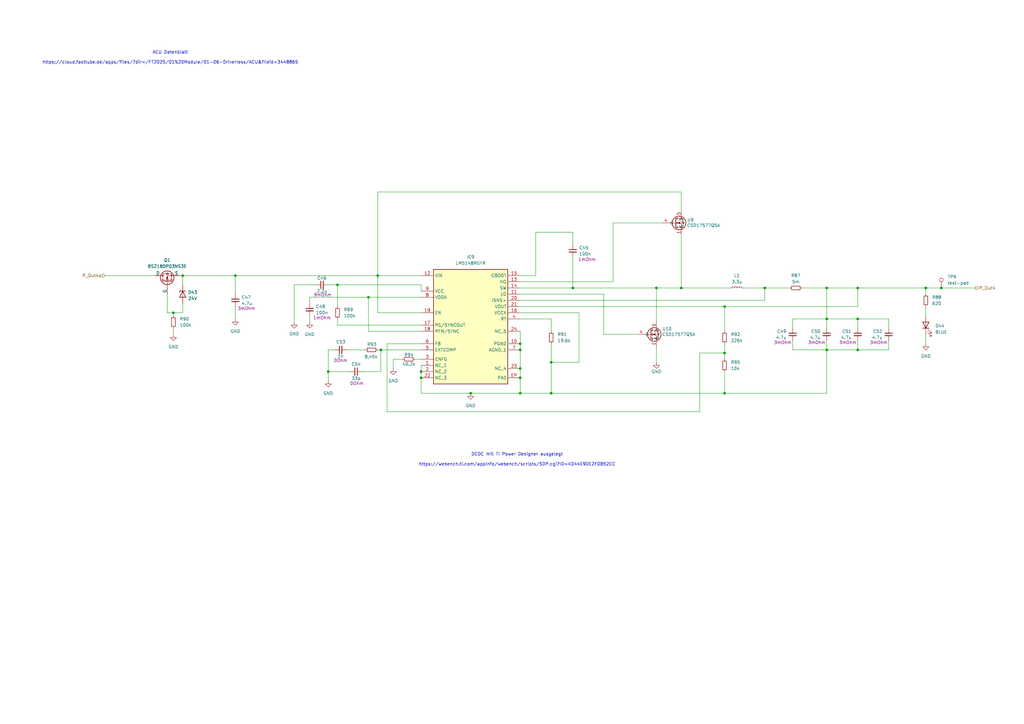
<source format=kicad_sch>
(kicad_sch (version 20231120) (generator "eeschema") (generator_version "8.0")
  (paper "A3")
  (title_block (title "PDU FT25") (date "2024-11-23") (rev "V1.1") (company "Janek Herm") (comment 1 "FaSTTUBe Electronics"))
  (lib_symbols
    (symbol "Connector:TestPoint" (pin_numbers hide) (pin_names (offset 0.762) hide)
      (property "Reference" "TP" (at 0 6.858 0))
      (property "Value" "TestPoint" (at 0 5.08 0))
      (symbol "TestPoint_0_1"
        (circle (center 0 3.302) (radius 0.762))
      )
      (symbol "TestPoint_1_1"
        (pin passive line (at 0 0 90) (length 2.54) (name "1") (number "1"))
      )
    )
    (symbol "Device:C_Small" (pin_numbers hide) (pin_names (offset 0.254) hide)
      (property "Reference" "C" (at 0.254 1.778 0))
      (property "Value" "C_Small" (at 0.254 -2.032 0))
      (symbol "C_Small_0_1"
        (polyline (pts (xy -1.524 -0.508) (xy 1.524 -0.508)) (stroke (width 0.3302)))
        (polyline (pts (xy -1.524 0.508) (xy 1.524 0.508)) (stroke (width 0.3048)))
      )
      (symbol "C_Small_1_1"
        (pin passive line (at 0 2.54 270) (length 2.032) (name "~") (number "1"))
        (pin passive line (at 0 -2.54 90) (length 2.032) (name "~") (number "2"))
      )
    )
    (symbol "Device:D_Zener" (pin_numbers hide) (pin_names (offset 1.016) hide)
      (property "Reference" "D" (at 0 2.54 0))
      (property "Value" "D_Zener" (at 0 -2.54 0))
      (symbol "D_Zener_0_1"
        (polyline (pts (xy 1.27 0) (xy -1.27 0)))
        (polyline (pts (xy -1.27 -1.27) (xy -1.27 1.27) (xy -0.762 1.27)) (stroke (width 0.254)))
        (polyline (pts (xy 1.27 -1.27) (xy 1.27 1.27) (xy -1.27 0) (xy 1.27 -1.27)) (stroke (width 0.254)))
      )
      (symbol "D_Zener_1_1"
        (pin passive line (at -3.81 0 0) (length 2.54) (name "K") (number "1"))
        (pin passive line (at 3.81 0 180) (length 2.54) (name "A") (number "2"))
      )
    )
    (symbol "Device:LED" (pin_numbers hide) (pin_names (offset 1.016) hide)
      (property "Reference" "D" (at 0 2.54 0))
      (property "Value" "LED" (at 0 -2.54 0))
      (symbol "LED_0_1"
        (polyline (pts (xy -1.27 -1.27) (xy -1.27 1.27)) (stroke (width 0.254)))
        (polyline (pts (xy -1.27 0) (xy 1.27 0)))
        (polyline (pts (xy 1.27 -1.27) (xy 1.27 1.27) (xy -1.27 0) (xy 1.27 -1.27)) (stroke (width 0.254)))
        (polyline (pts (xy -3.048 -0.762) (xy -4.572 -2.286) (xy -3.81 -2.286) (xy -4.572 -2.286) (xy -4.572 -1.524)))
        (polyline (pts (xy -1.778 -0.762) (xy -3.302 -2.286) (xy -2.54 -2.286) (xy -3.302 -2.286) (xy -3.302 -1.524)))
      )
      (symbol "LED_1_1"
        (pin passive line (at -3.81 0 0) (length 2.54) (name "K") (number "1"))
        (pin passive line (at 3.81 0 180) (length 2.54) (name "A") (number "2"))
      )
    )
    (symbol "Device:L_Small" (pin_numbers hide) (pin_names (offset 0.254) hide)
      (property "Reference" "L" (at 0.762 1.016 0))
      (property "Value" "L_Small" (at 0.762 -1.016 0))
      (symbol "L_Small_0_1"
        (arc (start 0 -2.032) (mid 0.5058 -1.524) (end 0 -1.016))
        (arc (start 0 -1.016) (mid 0.5058 -0.508) (end 0 0))
        (arc (start 0 0) (mid 0.5058 0.508) (end 0 1.016))
        (arc (start 0 1.016) (mid 0.5058 1.524) (end 0 2.032))
      )
      (symbol "L_Small_1_1"
        (pin passive line (at 0 2.54 270) (length 0.508) (name "~") (number "1"))
        (pin passive line (at 0 -2.54 90) (length 0.508) (name "~") (number "2"))
      )
    )
    (symbol "Device:R_Small" (pin_numbers hide) (pin_names (offset 0.254) hide)
      (property "Reference" "R" (at 0.762 0.508 0))
      (property "Value" "R_Small" (at 0.762 -1.016 0))
      (symbol "R_Small_0_1"
        (rectangle (start -0.762 1.778) (end 0.762 -1.778) (stroke (width 0.2032)))
      )
      (symbol "R_Small_1_1"
        (pin passive line (at 0 2.54 270) (length 0.762) (name "~") (number "1"))
        (pin passive line (at 0 -2.54 90) (length 0.762) (name "~") (number "2"))
      )
    )
    (symbol "FaSTTUBe_microcontrollers:NexFET"
      (property "Reference" "U" (at 0 5.588 0))
      (symbol "NexFET_0_1"
        (circle (center -0.889 -12.7) (radius 2.794) (stroke (width 0.254)))
        (circle (center 0 -14.478) (radius 0.254) (fill (type outline)))
        (circle (center 0 -10.922) (radius 0.254) (fill (type outline)))
        (polyline (pts (xy -2.286 -12.7) (xy -5.08 -12.7)))
        (polyline (pts (xy -2.286 -10.795) (xy -2.286 -14.605)) (stroke (width 0.254)))
        (polyline (pts (xy -1.778 -13.97) (xy -1.778 -14.986)) (stroke (width 0.254)))
        (polyline (pts (xy -1.778 -12.192) (xy -1.778 -13.208)) (stroke (width 0.254)))
        (polyline (pts (xy -1.778 -10.414) (xy -1.778 -11.43)) (stroke (width 0.254)))
        (polyline (pts (xy 0 -10.16) (xy 0 -10.922)))
        (polyline (pts (xy 0 -15.24) (xy 0 -12.7) (xy -1.778 -12.7)))
        (polyline (pts (xy -1.778 -14.478) (xy 0.762 -14.478) (xy 0.762 -10.922) (xy -1.778 -10.922)))
        (polyline (pts (xy -1.524 -12.7) (xy -0.508 -12.319) (xy -0.508 -13.081) (xy -1.524 -12.7)) (fill (type outline)))
        (polyline (pts (xy 0.254 -12.192) (xy 0.381 -12.319) (xy 1.143 -12.319) (xy 1.27 -12.446)))
        (polyline (pts (xy 0.762 -12.319) (xy 0.381 -12.954) (xy 1.143 -12.954) (xy 0.762 -12.319)))
      )
      (symbol "NexFET_1_1"
        (pin passive line (at 0 -17.78 90) (length 2.54) (name "S") (number "1"))
        (pin no_connect line (at 2.4303 -17.78 90) (length 2.54) hide (name "") (number "2"))
        (pin no_connect line (at 5.08 -17.78 90) (length 2.54) hide (name "") (number "3"))
        (pin input line (at -7.62 -12.7 0) (length 2.54) (name "G") (number "4"))
        (pin passive line (at 0 -7.62 270) (length 2.54) (name "D") (number "5"))
        (pin no_connect line (at 2.54 -7.62 270) (length 2.54) hide (name "") (number "6"))
        (pin no_connect line (at 5.08 -7.62 270) (length 2.54) hide (name "") (number "7"))
        (pin no_connect line (at 7.6324 -7.6022 270) (length 2.54) hide (name "") (number "8"))
        (pin no_connect line (at 10.2821 -7.6022 270) (length 2.54) hide (name "") (number "9"))
      )
    )
    (symbol "LM5148RGYR:LM5148RGYR"
      (property "Reference" "IC" (at 36.83 17.78 0))
      (property "Value" "LM5148RGYR" (at 36.83 15.24 0))
      (symbol "LM5148RGYR_1_1"
        (rectangle (start 5.08 12.7) (end 35.56 -34.29) (stroke (width 0.254)) (fill (type background)))
        (pin passive line (at 0 -26.67 0) (length 5.08) (name "NC_1") (number "1"))
        (pin passive line (at 40.64 -17.78 180) (length 5.08) (name "PGND") (number "10"))
        (pin passive line (at 40.64 2.54 180) (length 5.08) (name "LO") (number "11"))
        (pin passive line (at 0 10.16 0) (length 5.08) (name "VIN") (number "12"))
        (pin passive line (at 40.64 7.62 180) (length 5.08) (name "HO") (number "13"))
        (pin passive line (at 40.64 5.08 180) (length 5.08) (name "SW") (number "14"))
        (pin passive line (at 40.64 10.16 180) (length 5.08) (name "CBOOT") (number "15"))
        (pin passive line (at 40.64 -5.08 180) (length 5.08) (name "VCCX") (number "16"))
        (pin passive line (at 0 -10.16 0) (length 5.08) (name "PG/SYNCOUT") (number "17"))
        (pin passive line (at 0 -12.7 0) (length 5.08) (name "PFM/SYNC") (number "18"))
        (pin passive line (at 0 -5.08 0) (length 5.08) (name "EN") (number "19"))
        (pin passive line (at 0 -29.21 0) (length 5.08) (name "NC_2") (number "2"))
        (pin passive line (at 40.64 0 180) (length 5.08) (name "ISNS+") (number "20"))
        (pin passive line (at 40.64 -2.54 180) (length 5.08) (name "VOUT") (number "21"))
        (pin passive line (at 0 -31.75 0) (length 5.08) (name "NC_3") (number "22"))
        (pin passive line (at 40.64 -27.94 180) (length 5.08) (name "NC_4") (number "23"))
        (pin passive line (at 40.64 -12.7 180) (length 5.08) (name "NC_5") (number "24"))
        (pin passive line (at 0 -24.13 0) (length 5.08) (name "CNFG") (number "3"))
        (pin passive line (at 40.64 -7.62 180) (length 5.08) (name "RT") (number "4"))
        (pin passive line (at 0 -20.32 0) (length 5.08) (name "EXTCOMP") (number "5"))
        (pin passive line (at 0 -17.78 0) (length 5.08) (name "FB") (number "6"))
        (pin passive line (at 40.64 -20.32 180) (length 5.08) (name "AGND_1") (number "7"))
        (pin passive line (at 0 1.27 0) (length 5.08) (name "VDDA") (number "8"))
        (pin passive line (at 0 3.81 0) (length 5.08) (name "VCC") (number "9"))
        (pin passive line (at 40.64 -31.75 180) (length 5.08) (name "PAD") (number "EP"))
      )
    )
    (symbol "Simulation_SPICE:PMOS" (pin_numbers hide) (pin_names (offset 0))
      (property "Reference" "Q" (at 5.08 1.27 0))
      (property "Value" "PMOS" (at 5.08 -1.27 0))
      (symbol "PMOS_0_1"
        (polyline (pts (xy 0.254 0) (xy -2.54 0)))
        (polyline (pts (xy 0.254 1.905) (xy 0.254 -1.905)) (stroke (width 0.254)))
        (polyline (pts (xy 0.762 -1.27) (xy 0.762 -2.286)) (stroke (width 0.254)))
        (polyline (pts (xy 0.762 0.508) (xy 0.762 -0.508)) (stroke (width 0.254)))
        (polyline (pts (xy 0.762 2.286) (xy 0.762 1.27)) (stroke (width 0.254)))
        (polyline (pts (xy 2.54 2.54) (xy 2.54 1.778)))
        (polyline (pts (xy 2.54 -2.54) (xy 2.54 0) (xy 0.762 0)))
        (polyline (pts (xy 0.762 1.778) (xy 3.302 1.778) (xy 3.302 -1.778) (xy 0.762 -1.778)))
        (polyline (pts (xy 2.286 0) (xy 1.27 0.381) (xy 1.27 -0.381) (xy 2.286 0)) (fill (type outline)))
        (polyline (pts (xy 2.794 -0.508) (xy 2.921 -0.381) (xy 3.683 -0.381) (xy 3.81 -0.254)))
        (polyline (pts (xy 3.302 -0.381) (xy 2.921 0.254) (xy 3.683 0.254) (xy 3.302 -0.381)))
        (circle (center 1.651 0) (radius 2.794) (stroke (width 0.254)))
        (circle (center 2.54 -1.778) (radius 0.254) (fill (type outline)))
        (circle (center 2.54 1.778) (radius 0.254) (fill (type outline)))
      )
      (symbol "PMOS_1_1"
        (pin passive line (at 2.54 5.08 270) (length 2.54) (name "D") (number "1"))
        (pin input line (at -5.08 0 0) (length 2.54) (name "G") (number "2"))
        (pin passive line (at 2.54 -5.08 90) (length 2.54) (name "S") (number "3"))
      )
    )
    (symbol "power:GND" (power) (pin_numbers hide) (pin_names (offset 0) hide)
      (property "Value" "GND" (at 0 -3.81 0))
      (symbol "GND_0_1"
        (polyline (pts (xy 0 0) (xy 0 -1.27) (xy 1.27 -1.27) (xy 0 -2.54) (xy -1.27 -1.27) (xy 0 -1.27)))
      )
      (symbol "GND_1_1"
        (pin power_in line (at 0 0 270) (length 0) (name "~") (number "1"))
      )
    )
  )
  (junction (at 279.4 118.11))
  (junction (at 351.79 130.81))
  (junction (at 351.79 118.11))
  (junction (at 172.72 152.4))
  (junction (at 339.09 143.51))
  (junction (at 172.72 154.94))
  (junction (at 386.08 118.11))
  (junction (at 213.36 161.29))
  (junction (at 379.73 118.11))
  (junction (at 193.04 161.29))
  (junction (at 96.52 113.03))
  (junction (at 213.36 143.51))
  (junction (at 269.24 118.11))
  (junction (at 226.06 161.29))
  (junction (at 151.13 121.92))
  (junction (at 71.12 128.27))
  (junction (at 297.18 125.73))
  (junction (at 297.18 144.78))
  (junction (at 156.21 143.51))
  (junction (at 213.36 140.97))
  (junction (at 213.36 151.13))
  (junction (at 313.69 118.11))
  (junction (at 213.36 154.94))
  (junction (at 138.43 116.84))
  (junction (at 234.95 118.11))
  (junction (at 74.93 113.03))
  (junction (at 154.94 113.03))
  (junction (at 226.06 148.59))
  (junction (at 339.09 118.11))
  (junction (at 297.18 161.29))
  (junction (at 339.09 130.81))
  (junction (at 351.79 143.51))
  (junction (at 134.62 152.4))
  (wire (pts (xy 226.06 130.81) (xy 226.06 135.89)))
  (wire (pts (xy 71.12 134.62) (xy 71.12 137.16)))
  (wire (pts (xy 339.09 130.81) (xy 351.79 130.81)))
  (wire (pts (xy 120.65 132.08) (xy 120.65 116.84)))
  (wire (pts (xy 297.18 152.4) (xy 297.18 161.29)))
  (wire (pts (xy 351.79 143.51) (xy 364.49 143.51)))
  (wire (pts (xy 213.36 128.27) (xy 237.49 128.27)))
  (wire (pts (xy 158.75 168.91) (xy 287.02 168.91)))
  (wire (pts (xy 127 121.92) (xy 127 124.46)))
  (wire (pts (xy 269.24 118.11) (xy 279.4 118.11)))
  (wire (pts (xy 226.06 148.59) (xy 226.06 161.29)))
  (wire (pts (xy 68.58 128.27) (xy 71.12 128.27)))
  (wire (pts (xy 172.72 154.94) (xy 172.72 161.29)))
  (wire (pts (xy 339.09 139.7) (xy 339.09 143.51)))
  (wire (pts (xy 379.73 118.11) (xy 386.08 118.11)))
  (wire (pts (xy 364.49 134.62) (xy 364.49 130.81)))
  (wire (pts (xy 154.94 78.74) (xy 279.4 78.74)))
  (wire (pts (xy 297.18 161.29) (xy 339.09 161.29)))
  (wire (pts (xy 127 121.92) (xy 151.13 121.92)))
  (wire (pts (xy 325.12 134.62) (xy 325.12 130.81)))
  (wire (pts (xy 96.52 113.03) (xy 154.94 113.03)))
  (wire (pts (xy 364.49 139.7) (xy 364.49 143.51)))
  (wire (pts (xy 339.09 143.51) (xy 339.09 161.29)))
  (wire (pts (xy 68.58 120.65) (xy 68.58 128.27)))
  (wire (pts (xy 269.24 118.11) (xy 269.24 132.08)))
  (wire (pts (xy 148.59 152.4) (xy 156.21 152.4)))
  (wire (pts (xy 154.94 113.03) (xy 172.72 113.03)))
  (wire (pts (xy 172.72 128.27) (xy 154.94 128.27)))
  (wire (pts (xy 96.52 125.73) (xy 96.52 130.81)))
  (wire (pts (xy 74.93 128.27) (xy 71.12 128.27)))
  (wire (pts (xy 213.36 161.29) (xy 213.36 154.94)))
  (wire (pts (xy 172.72 140.97) (xy 158.75 140.97)))
  (wire (pts (xy 234.95 95.25) (xy 234.95 100.33)))
  (wire (pts (xy 120.65 116.84) (xy 129.54 116.84)))
  (wire (pts (xy 325.12 143.51) (xy 325.12 139.7)))
  (wire (pts (xy 156.21 152.4) (xy 156.21 143.51)))
  (wire (pts (xy 74.93 113.03) (xy 96.52 113.03)))
  (wire (pts (xy 213.36 130.81) (xy 226.06 130.81)))
  (wire (pts (xy 379.73 137.16) (xy 379.73 140.97)))
  (wire (pts (xy 325.12 130.81) (xy 339.09 130.81)))
  (wire (pts (xy 74.93 124.46) (xy 74.93 128.27)))
  (wire (pts (xy 161.29 151.13) (xy 161.29 147.32)))
  (wire (pts (xy 313.69 118.11) (xy 323.85 118.11)))
  (wire (pts (xy 158.75 140.97) (xy 158.75 168.91)))
  (wire (pts (xy 339.09 130.81) (xy 339.09 134.62)))
  (wire (pts (xy 379.73 125.73) (xy 379.73 129.54)))
  (wire (pts (xy 213.36 143.51) (xy 213.36 151.13)))
  (wire (pts (xy 138.43 133.35) (xy 138.43 130.81)))
  (wire (pts (xy 351.79 134.62) (xy 351.79 130.81)))
  (wire (pts (xy 351.79 118.11) (xy 379.73 118.11)))
  (wire (pts (xy 313.69 123.19) (xy 313.69 118.11)))
  (wire (pts (xy 251.46 91.44) (xy 251.46 115.57)))
  (wire (pts (xy 386.08 118.11) (xy 400.05 118.11)))
  (wire (pts (xy 237.49 148.59) (xy 226.06 148.59)))
  (wire (pts (xy 351.79 130.81) (xy 364.49 130.81)))
  (wire (pts (xy 234.95 118.11) (xy 269.24 118.11)))
  (wire (pts (xy 73.66 113.03) (xy 74.93 113.03)))
  (wire (pts (xy 172.72 161.29) (xy 193.04 161.29)))
  (wire (pts (xy 154.94 113.03) (xy 154.94 78.74)))
  (wire (pts (xy 134.62 143.51) (xy 137.16 143.51)))
  (wire (pts (xy 247.65 120.65) (xy 213.36 120.65)))
  (wire (pts (xy 213.36 118.11) (xy 234.95 118.11)))
  (wire (pts (xy 219.71 113.03) (xy 219.71 95.25)))
  (wire (pts (xy 172.72 152.4) (xy 172.72 154.94)))
  (wire (pts (xy 138.43 125.73) (xy 138.43 116.84)))
  (wire (pts (xy 213.36 154.94) (xy 213.36 151.13)))
  (wire (pts (xy 213.36 113.03) (xy 219.71 113.03)))
  (wire (pts (xy 213.36 135.89) (xy 213.36 140.97)))
  (wire (pts (xy 279.4 78.74) (xy 279.4 86.36)))
  (wire (pts (xy 351.79 118.11) (xy 351.79 125.73)))
  (wire (pts (xy 74.93 113.03) (xy 74.93 116.84)))
  (wire (pts (xy 247.65 120.65) (xy 247.65 137.16)))
  (wire (pts (xy 351.79 139.7) (xy 351.79 143.51)))
  (wire (pts (xy 151.13 135.89) (xy 151.13 121.92)))
  (wire (pts (xy 127 129.54) (xy 127 132.08)))
  (wire (pts (xy 325.12 143.51) (xy 339.09 143.51)))
  (wire (pts (xy 339.09 118.11) (xy 339.09 130.81)))
  (wire (pts (xy 379.73 118.11) (xy 379.73 120.65)))
  (wire (pts (xy 219.71 95.25) (xy 234.95 95.25)))
  (wire (pts (xy 149.86 143.51) (xy 142.24 143.51)))
  (wire (pts (xy 297.18 140.97) (xy 297.18 144.78)))
  (wire (pts (xy 134.62 152.4) (xy 134.62 156.21)))
  (wire (pts (xy 297.18 125.73) (xy 297.18 135.89)))
  (wire (pts (xy 279.4 96.52) (xy 279.4 118.11)))
  (wire (pts (xy 134.62 143.51) (xy 134.62 152.4)))
  (wire (pts (xy 304.8 118.11) (xy 313.69 118.11)))
  (wire (pts (xy 161.29 147.32) (xy 165.1 147.32)))
  (wire (pts (xy 96.52 113.03) (xy 96.52 120.65)))
  (wire (pts (xy 172.72 121.92) (xy 151.13 121.92)))
  (wire (pts (xy 351.79 118.11) (xy 339.09 118.11)))
  (wire (pts (xy 154.94 143.51) (xy 156.21 143.51)))
  (wire (pts (xy 234.95 105.41) (xy 234.95 118.11)))
  (wire (pts (xy 287.02 168.91) (xy 287.02 144.78)))
  (wire (pts (xy 297.18 125.73) (xy 351.79 125.73)))
  (wire (pts (xy 138.43 116.84) (xy 172.72 116.84)))
  (wire (pts (xy 154.94 128.27) (xy 154.94 113.03)))
  (wire (pts (xy 339.09 143.51) (xy 351.79 143.51)))
  (wire (pts (xy 269.24 148.59) (xy 269.24 142.24)))
  (wire (pts (xy 172.72 133.35) (xy 138.43 133.35)))
  (wire (pts (xy 193.04 161.29) (xy 213.36 161.29)))
  (wire (pts (xy 172.72 116.84) (xy 172.72 119.38)))
  (wire (pts (xy 226.06 161.29) (xy 297.18 161.29)))
  (wire (pts (xy 172.72 135.89) (xy 151.13 135.89)))
  (wire (pts (xy 213.36 115.57) (xy 251.46 115.57)))
  (wire (pts (xy 170.18 147.32) (xy 172.72 147.32)))
  (wire (pts (xy 213.36 140.97) (xy 213.36 143.51)))
  (wire (pts (xy 71.12 129.54) (xy 71.12 128.27)))
  (wire (pts (xy 247.65 137.16) (xy 261.62 137.16)))
  (wire (pts (xy 226.06 140.97) (xy 226.06 148.59)))
  (wire (pts (xy 328.93 118.11) (xy 339.09 118.11)))
  (wire (pts (xy 279.4 118.11) (xy 299.72 118.11)))
  (wire (pts (xy 134.62 152.4) (xy 143.51 152.4)))
  (wire (pts (xy 297.18 144.78) (xy 297.18 147.32)))
  (wire (pts (xy 156.21 143.51) (xy 172.72 143.51)))
  (wire (pts (xy 287.02 144.78) (xy 297.18 144.78)))
  (wire (pts (xy 43.18 113.03) (xy 63.5 113.03)))
  (wire (pts (xy 213.36 125.73) (xy 297.18 125.73)))
  (wire (pts (xy 213.36 161.29) (xy 226.06 161.29)))
  (wire (pts (xy 172.72 149.86) (xy 172.72 152.4)))
  (wire (pts (xy 213.36 123.19) (xy 313.69 123.19)))
  (wire (pts (xy 251.46 91.44) (xy 271.78 91.44)))
  (wire (pts (xy 134.62 116.84) (xy 138.43 116.84)))
  (wire (pts (xy 237.49 128.27) (xy 237.49 148.59)))
  (text "ACU Datenblatt\n\nhttps://cloud.fasttube.de/apps/files/?dir=/FT2025/01%20Module/01-06-Driverless/ACU&fileid=3448865" (at 69.85 23.622 0) (effects (font (size 1.27 1.27))))
  (text "DCDC mit TI Power Designer ausgelegt\n\nhttps://webench.ti.com/appinfo/webench/scripts/SDP.cgi?ID=4D44E9DE2F0B52CC" (at 212.09 188.468 0) (effects (font (size 1.27 1.27))))
  (hierarchical_label "P_Out4" (shape output) (at 400.05 118.11 0))
  (hierarchical_label "P_Out4a" (shape input) (at 43.18 113.03 180))
  (symbol (lib_id "power:GND") (at 269.24 148.59 0) (unit 1)
    (property "Reference" "#PWR0146" (effects (hide yes)))
    (property "Value" "GND" (at 267.208 152.3999 0) (effects (justify left)))
    (property "Description" "Power symbol creates a global label with name \"GND\" , ground" (effects (hide yes)))
  )
  (symbol (lib_id "Device:R_Small") (at 152.4 143.51 270) (unit 1)
    (property "Reference" "R93" (at 154.4319 141.224 90) (effects (justify right)))
    (property "Value" "8.45k" (at 154.9399 146.304 90) (effects (justify right)))
    (property "Footprint" "Resistor_SMD:R_0603_1608Metric_Pad0.98x0.95mm_HandSolder" (effects (hide yes)))
    (property "Description" "63mW, 1% Tolerance" (effects (hide yes)))
  )
  (symbol (lib_id "FaSTTUBe_microcontrollers:NexFET") (at 269.24 124.46 0) (unit 1)
    (property "Reference" "U10" (at 273.558 134.874 0))
    (property "Value" "CSD17577Q5A" (at 278.384 137.16 0))
    (property "Footprint" "CSD17303Q5:CSD17303Q5" (effects (hide yes)))
    (property "Datasheet" "https://www.ti.com/lit/ds/symlink/csd17577q5a.pdf" (effects (hide yes)))
  )
  (symbol (lib_id "Device:D_Zener") (at 74.93 120.65 90) (mirror x) (unit 1)
    (property "Reference" "D43" (at 78.994 119.888 90))
    (property "Value" "24V" (at 78.994 122.428 90))
    (property "Footprint" "3SMAJ5934B-TP:DIOM5226X244N" (effects (hide yes)))
    (property "Datasheet" "https://www.mouser.de/datasheet/2/258/3SMAJ5918B_3SMAJ5956B_SMA_-3423242.pdf" (effects (hide yes)))
    (property "Description" "Zener diode" (effects (hide yes)))
    (property "MPR" "3SMAJ5934B-TP" (effects (hide yes)))
  )
  (symbol (lib_id "Device:R_Small") (at 226.06 138.43 180) (unit 1)
    (property "Reference" "R91" (at 228.6 137.1599 0) (effects (justify right)))
    (property "Value" "19.6k" (at 228.6 139.6999 0) (effects (justify right)))
    (property "Footprint" "Resistor_SMD:R_0603_1608Metric_Pad0.98x0.95mm_HandSolder" (effects (hide yes)))
    (property "Description" "63mW, 1%" (effects (hide yes)))
  )
  (symbol (lib_id "power:GND") (at 379.73 140.97 0) (unit 1)
    (property "Reference" "#PWR0147" (effects (hide yes)))
    (property "Value" "GND" (at 379.73 146.05 0))
    (property "Description" "Power symbol creates a global label with name \"GND\" , ground" (effects (hide yes)))
  )
  (symbol (lib_id "Device:R_Small") (at 167.64 147.32 90) (unit 1)
    (property "Reference" "R94" (at 169.6719 145.542 90) (effects (justify left)))
    (property "Value" "40.2k" (at 170.4339 149.352 90) (effects (justify left)))
    (property "Footprint" "Resistor_SMD:R_0603_1608Metric_Pad0.98x0.95mm_HandSolder" (effects (hide yes)))
    (property "Description" "100mW, 1% Tolerance" (effects (hide yes)))
  )
  (symbol (lib_id "Device:C_Small") (at 139.7 143.51 90) (unit 1)
    (property "Reference" "C53" (at 141.7382 140.208 90) (effects (justify left)))
    (property "Value" "1n" (at 140.9762 146.05 90) (effects (justify left)))
    (property "Footprint" "Capacitor_SMD:C_0402_1005Metric_Pad0.74x0.62mm_HandSolder" (effects (hide yes)))
    (property "Description" "C0G / NP0, 50V" (effects (hide yes)))
    (property "Resistance" "0Ohm" (at 139.7 147.828 90))
  )
  (symbol (lib_id "Device:C_Small") (at 325.12 137.16 0) (mirror y) (unit 1)
    (property "Reference" "C49" (at 322.58 135.8962 0) (effects (justify left)))
    (property "Value" "4.7u" (at 322.58 138.4362 0) (effects (justify left)))
    (property "Footprint" "Capacitor_SMD:C_2220_5750Metric_Pad1.97x5.40mm_HandSolder" (effects (hide yes)))
    (property "Description" "X7R, 50V" (effects (hide yes)))
    (property "Resistance" "3mOhm" (at 321.056 140.462 0))
  )
  (symbol (lib_id "power:GND") (at 134.62 156.21 0) (unit 1)
    (property "Reference" "#PWR0149" (effects (hide yes)))
    (property "Value" "GND" (at 134.62 161.29 0))
    (property "Description" "Power symbol creates a global label with name \"GND\" , ground" (effects (hide yes)))
  )
  (symbol (lib_id "Device:L_Small") (at 302.26 118.11 90) (unit 1)
    (property "Reference" "L1" (at 302.26 113.03 90))
    (property "Value" "3.3u" (at 302.26 115.57 90))
    (property "Footprint" "7443330330:WE-HCC_109021" (effects (hide yes)))
    (property "Datasheet" "https://www.we-online.com/components/products/datasheet/7443330330.pdf" (effects (hide yes)))
    (property "Description" "Inductor, small symbol" (effects (hide yes)))
    (property "MPR" "7443330330" (effects (hide yes)))
  )
  (symbol (lib_id "Device:R_Small") (at 379.73 123.19 0) (unit 1)
    (property "Reference" "R88" (at 382.27 121.9199 0) (effects (justify left)))
    (property "Value" "620" (at 382.27 124.4599 0) (effects (justify left)))
    (property "Footprint" "Resistor_SMD:R_0603_1608Metric_Pad0.98x0.95mm_HandSolder" (effects (hide yes)))
    (property "Description" "Resistor, small symbol" (effects (hide yes)))
  )
  (symbol (lib_id "Connector:TestPoint") (at 386.08 118.11 0) (unit 1)
    (property "Reference" "TP9" (at 388.62 113.5379 0) (effects (justify left)))
    (property "Value" "test-pad" (at 388.62 116.0779 0) (effects (justify left)))
    (property "Description" "test point" (effects (hide yes)))
  )
  (symbol (lib_id "Device:R_Small") (at 71.12 132.08 0) (unit 1)
    (property "Reference" "R90" (at 73.66 130.8099 0) (effects (justify left)))
    (property "Value" "100k" (at 73.66 133.3499 0) (effects (justify left)))
    (property "Description" "Resistor, small symbol" (effects (hide yes)))
  )
  (symbol (lib_id "Device:C_Small") (at 339.09 137.16 0) (mirror y) (unit 1)
    (property "Reference" "C50" (at 336.55 135.8962 0) (effects (justify left)))
    (property "Value" "4.7u" (at 336.55 138.4362 0) (effects (justify left)))
    (property "Footprint" "Capacitor_SMD:C_2220_5750Metric_Pad1.97x5.40mm_HandSolder" (effects (hide yes)))
    (property "Description" "X7R, 50V" (effects (hide yes)))
    (property "Resistance" "3mOhm" (at 335.026 140.462 0))
  )
  (symbol (lib_id "Device:R_Small") (at 297.18 138.43 0) (unit 1)
    (property "Reference" "R92" (at 299.72 137.1599 0) (effects (justify left)))
    (property "Value" "226k" (at 299.72 139.6999 0) (effects (justify left)))
    (property "Footprint" "Resistor_SMD:R_0603_1608Metric_Pad0.98x0.95mm_HandSolder" (effects (hide yes)))
    (property "Description" "63mW, 1%" (effects (hide yes)))
  )
  (symbol (lib_id "power:GND") (at 127 132.08 0) (unit 1)
    (property "Reference" "#PWR0144" (effects (hide yes)))
    (property "Value" "GND" (at 127 137.16 0))
    (property "Description" "Power symbol creates a global label with name \"GND\" , ground" (effects (hide yes)))
  )
  (symbol (lib_id "Device:C_Small") (at 351.79 137.16 0) (mirror y) (unit 1)
    (property "Reference" "C51" (at 349.25 135.8962 0) (effects (justify left)))
    (property "Value" "4.7u" (at 349.25 138.4362 0) (effects (justify left)))
    (property "Footprint" "Capacitor_SMD:C_2220_5750Metric_Pad1.97x5.40mm_HandSolder" (effects (hide yes)))
    (property "Description" "X7R, 50V" (effects (hide yes)))
    (property "Resistance" "3mOhm" (at 347.726 140.462 0))
  )
  (symbol (lib_id "Device:R_Small") (at 138.43 128.27 0) (unit 1)
    (property "Reference" "R89" (at 140.97 126.9999 0) (effects (justify left)))
    (property "Value" "100k" (at 140.97 129.5399 0) (effects (justify left)))
    (property "Footprint" "Resistor_SMD:R_0603_1608Metric_Pad0.98x0.95mm_HandSolder" (effects (hide yes)))
    (property "Description" "100mW, 1% Tolerance" (effects (hide yes)))
  )
  (symbol (lib_id "Device:C_Small") (at 146.05 152.4 270) (unit 1)
    (property "Reference" "C54" (at 146.0436 149.352 90))
    (property "Value" "33p" (at 146.0436 155.194 90))
    (property "Footprint" "Capacitor_SMD:C_0805_2012Metric_Pad1.18x1.45mm_HandSolder" (effects (hide yes)))
    (property "Description" "C0G / NP0, 50V" (effects (hide yes)))
    (property "Resistance" "0Ohm" (at 146.304 157.226 90))
  )
  (symbol (lib_id "Simulation_SPICE:PMOS") (at 68.58 115.57 90) (unit 1)
    (property "Reference" "Q1" (at 68.58 106.68 90))
    (property "Value" "BSZ180P03NS3E" (at 68.58 109.22 90))
    (property "Footprint" "BSZ180P03NS3E:TSDSON-8-FL_INF" (effects (hide yes)))
    (property "Datasheet" "https://www.mouser.de/datasheet/2/196/Infineon_BSZ180P03NS3E_G_DS_v02_01_en-1731313.pdf" (effects (hide yes)))
    (property "Description" "P-MOSFET transistor, drain/source/gate" (effects (hide yes)))
    (property "Sim.Device" "PMOS" (effects (hide yes)))
    (property "Sim.Type" "VDMOS" (effects (hide yes)))
    (property "Sim.Pins" "1=D 2=G 3=S" (effects (hide yes)))
  )
  (symbol (lib_id "LM5148RGYR:LM5148RGYR") (at 172.72 123.19 0) (unit 1)
    (property "Reference" "IC9" (at 193.04 105.41 0))
    (property "Value" "LM5148RGYR" (at 193.04 107.95 0))
    (property "Footprint" "LM5148RGY:LM5148RGYR" (effects (hide yes)))
    (property "Datasheet" "https://www.ti.com/lit/ds/symlink/lm5148.pdf?ts=1680990210570&ref_url=https%253A%252F%252Fwww.ti.com%252Fproduct%252FLM5148" (effects (hide yes)))
    (property "Description" "Switching Controllers 3.5-V to 80-V, current mode synchronous buck controller" (effects (hide yes)))
    (property "Height" "1" (effects (hide yes)))
    (property "Mouser Part Number" "595-LM5148RGYR" (effects (hide yes)))
    (property "Mouser Price/Stock" "https://www.mouser.co.uk/ProductDetail/Texas-Instruments/LM5148RGYR?qs=Jm2GQyTW%2FbgsJOyzcNbTmw%3D%3D" (effects (hide yes)))
    (property "Manufacturer_Name" "Texas Instruments" (effects (hide yes)))
    (property "Manufacturer_Part_Number" "LM5148RGYR" (effects (hide yes)))
  )
  (symbol (lib_id "FaSTTUBe_microcontrollers:NexFET") (at 279.4 78.74 0) (unit 1)
    (property "Reference" "U9" (at 283.21 90.17 0))
    (property "Value" "CSD17577Q5A" (at 288.544 92.456 0))
    (property "Footprint" "CSD17303Q5:CSD17303Q5" (effects (hide yes)))
    (property "Datasheet" "https://www.ti.com/lit/ds/symlink/csd17577q5a.pdf" (effects (hide yes)))
  )
  (symbol (lib_id "Device:R_Small") (at 297.18 149.86 0) (unit 1)
    (property "Reference" "R95" (at 299.72 148.5899 0) (effects (justify left)))
    (property "Value" "10k" (at 299.72 151.1299 0) (effects (justify left)))
    (property "Footprint" "Resistor_SMD:R_0603_1608Metric_Pad0.98x0.95mm_HandSolder" (effects (hide yes)))
    (property "Description" "63mW, 1%" (effects (hide yes)))
  )
  (symbol (lib_id "power:GND") (at 96.52 130.81 0) (unit 1)
    (property "Reference" "#PWR0142" (effects (hide yes)))
    (property "Value" "GND" (at 96.52 135.89 0))
    (property "Description" "Power symbol creates a global label with name \"GND\" , ground" (effects (hide yes)))
  )
  (symbol (lib_id "Device:LED") (at 379.73 133.35 90) (unit 1)
    (property "Reference" "D44" (at 383.54 133.6674 90) (effects (justify right)))
    (property "Value" "BLUE" (at 383.54 136.2074 90) (effects (justify right)))
    (property "Footprint" "Resistor_SMD:R_0603_1608Metric_Pad0.98x0.95mm_HandSolder" (effects (hide yes)))
    (property "Datasheet" "https://www.we-online.com/components/products/datasheet/150060BS75000.pdf" (effects (hide yes)))
    (property "Description" "Light emitting diode" (effects (hide yes)))
    (property "MPR" "150060BS75000" (effects (hide yes)))
  )
  (symbol (lib_id "power:GND") (at 193.04 161.29 0) (unit 1)
    (property "Reference" "#PWR0150" (effects (hide yes)))
    (property "Value" "GND" (at 193.04 166.37 0))
    (property "Description" "Power symbol creates a global label with name \"GND\" , ground" (effects (hide yes)))
  )
  (symbol (lib_id "Device:C_Small") (at 132.08 116.84 90) (unit 1)
    (property "Reference" "C46" (at 132.0863 114.046 90))
    (property "Value" "2.2u" (at 132.0863 119.38 90))
    (property "Footprint" "Capacitor_SMD:C_0603_1608Metric_Pad1.08x0.95mm_HandSolder" (effects (hide yes)))
    (property "Description" "X7R, 10V" (effects (hide yes)))
    (property "Resistance" "9mOhm" (at 132.334 120.904 90))
    (property "MPR" "GRM188R71A225KE15D" (effects (hide yes)))
  )
  (symbol (lib_id "power:GND") (at 71.12 137.16 0) (unit 1)
    (property "Reference" "#PWR0145" (effects (hide yes)))
    (property "Value" "GND" (at 71.12 142.24 0))
    (property "Description" "Power symbol creates a global label with name \"GND\" , ground" (effects (hide yes)))
  )
  (symbol (lib_id "Device:R_Small") (at 326.39 118.11 90) (unit 1)
    (property "Reference" "R87" (at 326.39 113.03 90))
    (property "Value" "5m" (at 326.39 115.57 90))
    (property "Footprint" "Resistor_SMD:R_1206_3216Metric" (effects (hide yes)))
    (property "Description" "Resistor, small symbol" (effects (hide yes)))
    (property "MPR" "MFSA1206R0050FCM" (effects (hide yes)))
  )
  (symbol (lib_id "Device:C_Small") (at 127 127 0) (unit 1)
    (property "Reference" "C48" (at 129.54 125.7362 0) (effects (justify left)))
    (property "Value" "100n" (at 129.54 128.2762 0) (effects (justify left)))
    (property "Footprint" "Capacitor_SMD:C_0402_1005Metric_Pad0.74x0.62mm_HandSolder" (effects (hide yes)))
    (property "Description" "X7R, 10V" (effects (hide yes)))
    (property "Resistance" "1mOhm" (at 132.08 130.302 0))
    (property "MPR" "GRM155R71A104KA01D" (effects (hide yes)))
  )
  (symbol (lib_id "Device:C_Small") (at 234.95 102.87 0) (unit 1)
    (property "Reference" "C45" (at 237.49 101.6062 0) (effects (justify left)))
    (property "Value" "100n" (at 237.49 104.1462 0) (effects (justify left)))
    (property "Footprint" "Capacitor_SMD:C_0402_1005Metric_Pad0.74x0.62mm_HandSolder" (effects (hide yes)))
    (property "Description" "X7R, 10V" (effects (hide yes)))
    (property "Resistance" "1mOhm" (at 240.792 106.426 0))
  )
  (symbol (lib_id "Device:C_Small") (at 96.52 123.19 0) (unit 1)
    (property "Reference" "C47" (at 99.06 121.9262 0) (effects (justify left)))
    (property "Value" "4.7u" (at 99.06 124.4662 0) (effects (justify left)))
    (property "Footprint" "Capacitor_SMD:C_2220_5750Metric_Pad1.97x5.40mm_HandSolder" (effects (hide yes)))
    (property "Description" "X7R, 50V" (effects (hide yes)))
    (property "Resistance" "3mOhm" (at 101.092 126.492 0))
    (property "MPR" "GRM31CR71H475KA12L" (effects (hide yes)))
  )
  (symbol (lib_id "power:GND") (at 120.65 132.08 0) (unit 1)
    (property "Reference" "#PWR0143" (effects (hide yes)))
    (property "Value" "GND" (at 118.618 136.9059 0) (effects (justify left)))
    (property "Description" "Power symbol creates a global label with name \"GND\" , ground" (effects (hide yes)))
  )
  (symbol (lib_id "power:GND") (at 161.29 151.13 0) (unit 1)
    (property "Reference" "#PWR0148" (effects (hide yes)))
    (property "Value" "GND" (at 161.29 156.21 0))
    (property "Description" "Power symbol creates a global label with name \"GND\" , ground" (effects (hide yes)))
  )
  (symbol (lib_id "Device:C_Small") (at 364.49 137.16 0) (mirror y) (unit 1)
    (property "Reference" "C52" (at 361.95 135.8962 0) (effects (justify left)))
    (property "Value" "4.7u" (at 361.95 138.4362 0) (effects (justify left)))
    (property "Footprint" "Capacitor_SMD:C_2220_5750Metric_Pad1.97x5.40mm_HandSolder" (effects (hide yes)))
    (property "Description" "X7R, 50V" (effects (hide yes)))
    (property "Resistance" "3mOhm" (at 360.426 140.462 0))
  )
)
</source>
